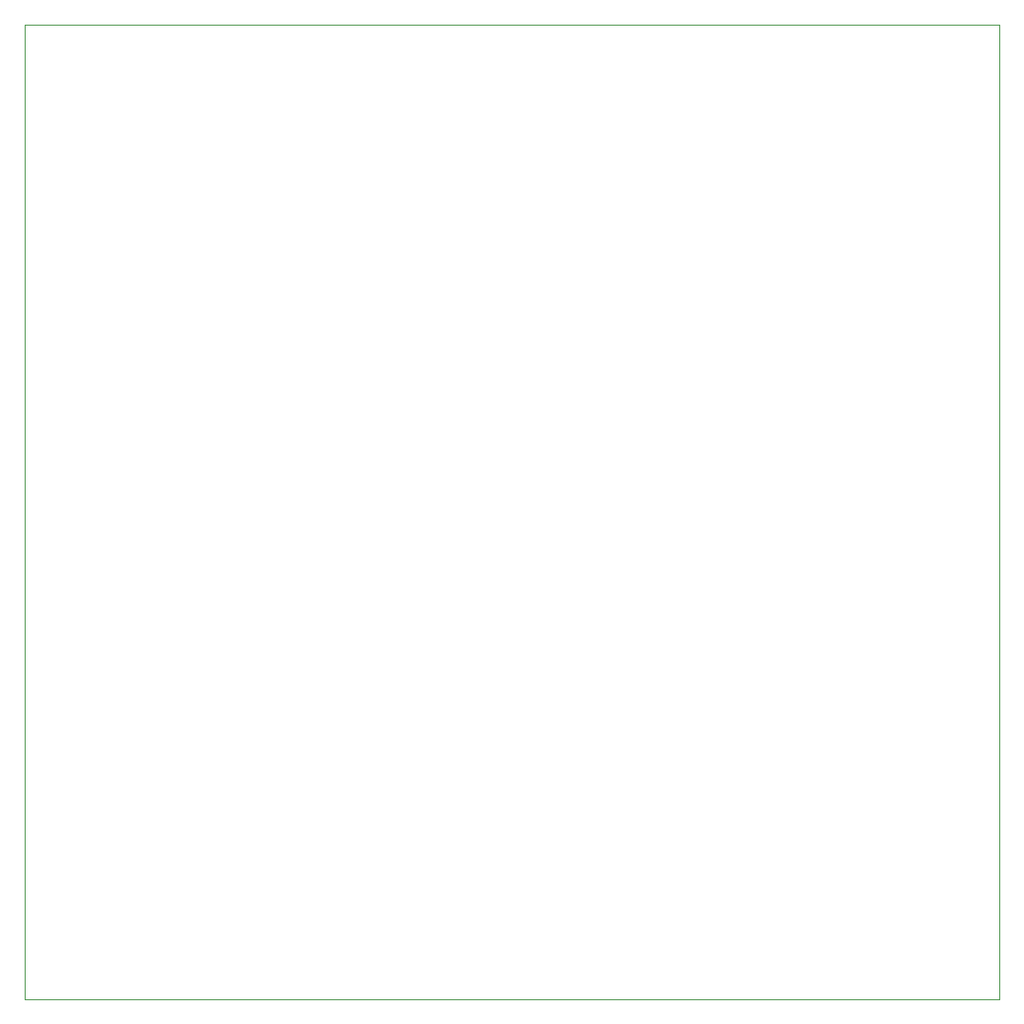
<source format=gbr>
G04 #@! TF.FileFunction,Profile,NP*
%FSLAX46Y46*%
G04 Gerber Fmt 4.6, Leading zero omitted, Abs format (unit mm)*
G04 Created by KiCad (PCBNEW 4.0.7) date 01/05/18 19:41:10*
%MOMM*%
%LPD*%
G01*
G04 APERTURE LIST*
%ADD10C,0.100000*%
G04 APERTURE END LIST*
D10*
X83820000Y-44450000D02*
X83820000Y-134620000D01*
X173990000Y-44450000D02*
X83820000Y-44450000D01*
X173990000Y-134620000D02*
X173990000Y-44450000D01*
X83820000Y-134620000D02*
X173990000Y-134620000D01*
M02*

</source>
